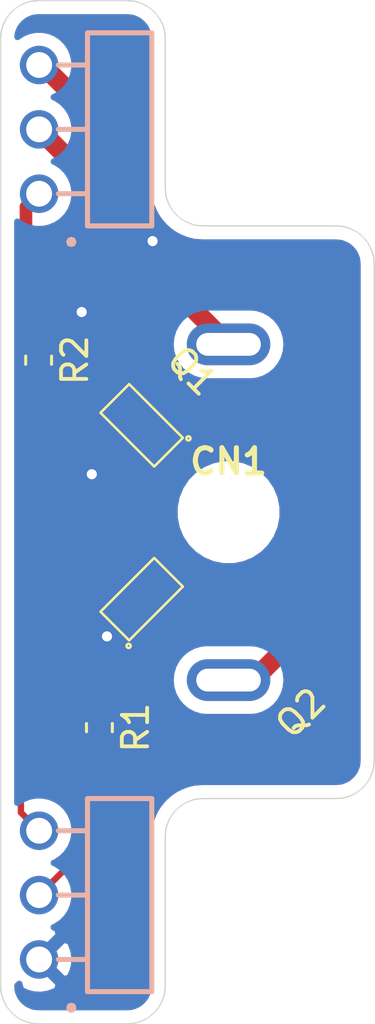
<source format=kicad_pcb>
(kicad_pcb (version 20171130) (host pcbnew 5.1.6-c6e7f7d~87~ubuntu18.04.1)

  (general
    (thickness 1.6)
    (drawings 152)
    (tracks 62)
    (zones 0)
    (modules 5)
    (nets 7)
  )

  (page A4)
  (layers
    (0 F.Cu signal)
    (31 B.Cu signal)
    (32 B.Adhes user)
    (33 F.Adhes user)
    (34 B.Paste user)
    (35 F.Paste user)
    (36 B.SilkS user)
    (37 F.SilkS user)
    (38 B.Mask user)
    (39 F.Mask user)
    (40 Dwgs.User user)
    (41 Cmts.User user)
    (42 Eco1.User user)
    (43 Eco2.User user)
    (44 Edge.Cuts user)
    (45 Margin user)
    (46 B.CrtYd user)
    (47 F.CrtYd user)
    (48 B.Fab user)
    (49 F.Fab user hide)
  )

  (setup
    (last_trace_width 0.25)
    (user_trace_width 0.5)
    (user_trace_width 0.75)
    (trace_clearance 0.2)
    (zone_clearance 0.508)
    (zone_45_only no)
    (trace_min 0.2)
    (via_size 0.8)
    (via_drill 0.4)
    (via_min_size 0.4)
    (via_min_drill 0.3)
    (uvia_size 0.3)
    (uvia_drill 0.1)
    (uvias_allowed no)
    (uvia_min_size 0.2)
    (uvia_min_drill 0.1)
    (edge_width 0.05)
    (segment_width 0.2)
    (pcb_text_width 0.3)
    (pcb_text_size 1.5 1.5)
    (mod_edge_width 0.12)
    (mod_text_size 1 1)
    (mod_text_width 0.15)
    (pad_size 1.524 1.524)
    (pad_drill 0.762)
    (pad_to_mask_clearance 0.05)
    (aux_axis_origin 0 0)
    (visible_elements FFFFFF7F)
    (pcbplotparams
      (layerselection 0x010fc_ffffffff)
      (usegerberextensions false)
      (usegerberattributes true)
      (usegerberadvancedattributes true)
      (creategerberjobfile true)
      (excludeedgelayer true)
      (linewidth 0.100000)
      (plotframeref false)
      (viasonmask false)
      (mode 1)
      (useauxorigin false)
      (hpglpennumber 1)
      (hpglpenspeed 20)
      (hpglpendiameter 15.000000)
      (psnegative false)
      (psa4output false)
      (plotreference true)
      (plotvalue true)
      (plotinvisibletext false)
      (padsonsilk false)
      (subtractmaskfromsilk false)
      (outputformat 1)
      (mirror false)
      (drillshape 1)
      (scaleselection 1)
      (outputdirectory ""))
  )

  (net 0 "")
  (net 1 /MOTOR-)
  (net 2 /MOTOR+)
  (net 3 /QUADB)
  (net 4 /QUADA)
  (net 5 /GND)
  (net 6 /VCC)

  (net_class Default "This is the default net class."
    (clearance 0.2)
    (trace_width 0.25)
    (via_dia 0.8)
    (via_drill 0.4)
    (uvia_dia 0.3)
    (uvia_drill 0.1)
    (add_net /GND)
    (add_net /MOTOR+)
    (add_net /MOTOR-)
    (add_net /QUADA)
    (add_net /QUADB)
    (add_net /VCC)
  )

  (module Resistor_SMD:R_0603_1608Metric (layer F.Cu) (tedit 5B301BBD) (tstamp 5F41F21C)
    (at 94.9 108.5 270)
    (descr "Resistor SMD 0603 (1608 Metric), square (rectangular) end terminal, IPC_7351 nominal, (Body size source: http://www.tortai-tech.com/upload/download/2011102023233369053.pdf), generated with kicad-footprint-generator")
    (tags resistor)
    (path /5F42263B)
    (attr smd)
    (fp_text reference R1 (at 0 -1.43 90) (layer F.SilkS)
      (effects (font (size 1 1) (thickness 0.15)))
    )
    (fp_text value 100Ω;1608 (at 0 1.43 90) (layer F.Fab)
      (effects (font (size 1 1) (thickness 0.15)))
    )
    (fp_line (start 1.48 0.73) (end -1.48 0.73) (layer F.CrtYd) (width 0.05))
    (fp_line (start 1.48 -0.73) (end 1.48 0.73) (layer F.CrtYd) (width 0.05))
    (fp_line (start -1.48 -0.73) (end 1.48 -0.73) (layer F.CrtYd) (width 0.05))
    (fp_line (start -1.48 0.73) (end -1.48 -0.73) (layer F.CrtYd) (width 0.05))
    (fp_line (start -0.162779 0.51) (end 0.162779 0.51) (layer F.SilkS) (width 0.12))
    (fp_line (start -0.162779 -0.51) (end 0.162779 -0.51) (layer F.SilkS) (width 0.12))
    (fp_line (start 0.8 0.4) (end -0.8 0.4) (layer F.Fab) (width 0.1))
    (fp_line (start 0.8 -0.4) (end 0.8 0.4) (layer F.Fab) (width 0.1))
    (fp_line (start -0.8 -0.4) (end 0.8 -0.4) (layer F.Fab) (width 0.1))
    (fp_line (start -0.8 0.4) (end -0.8 -0.4) (layer F.Fab) (width 0.1))
    (fp_text user %R (at 0 0 90) (layer F.Fab)
      (effects (font (size 0.4 0.4) (thickness 0.06)))
    )
    (pad 2 smd roundrect (at 0.7875 0 270) (size 0.875 0.95) (layers F.Cu F.Paste F.Mask) (roundrect_rratio 0.25)
      (net 4 /QUADA))
    (pad 1 smd roundrect (at -0.7875 0 270) (size 0.875 0.95) (layers F.Cu F.Paste F.Mask) (roundrect_rratio 0.25)
      (net 6 /VCC))
    (model ${KISYS3DMOD}/Resistor_SMD.3dshapes/R_0603_1608Metric.wrl
      (at (xyz 0 0 0))
      (scale (xyz 1 1 1))
      (rotate (xyz 0 0 0))
    )
  )

  (module Resistor_SMD:R_0603_1608Metric (layer F.Cu) (tedit 5B301BBD) (tstamp 5F423C80)
    (at 92.5 94 270)
    (descr "Resistor SMD 0603 (1608 Metric), square (rectangular) end terminal, IPC_7351 nominal, (Body size source: http://www.tortai-tech.com/upload/download/2011102023233369053.pdf), generated with kicad-footprint-generator")
    (tags resistor)
    (path /5F422F39)
    (attr smd)
    (fp_text reference R2 (at 0 -1.43 90) (layer F.SilkS)
      (effects (font (size 1 1) (thickness 0.15)))
    )
    (fp_text value 100Ω;1608 (at 0 1.43 90) (layer F.Fab)
      (effects (font (size 1 1) (thickness 0.15)))
    )
    (fp_line (start 1.48 0.73) (end -1.48 0.73) (layer F.CrtYd) (width 0.05))
    (fp_line (start 1.48 -0.73) (end 1.48 0.73) (layer F.CrtYd) (width 0.05))
    (fp_line (start -1.48 -0.73) (end 1.48 -0.73) (layer F.CrtYd) (width 0.05))
    (fp_line (start -1.48 0.73) (end -1.48 -0.73) (layer F.CrtYd) (width 0.05))
    (fp_line (start -0.162779 0.51) (end 0.162779 0.51) (layer F.SilkS) (width 0.12))
    (fp_line (start -0.162779 -0.51) (end 0.162779 -0.51) (layer F.SilkS) (width 0.12))
    (fp_line (start 0.8 0.4) (end -0.8 0.4) (layer F.Fab) (width 0.1))
    (fp_line (start 0.8 -0.4) (end 0.8 0.4) (layer F.Fab) (width 0.1))
    (fp_line (start -0.8 -0.4) (end 0.8 -0.4) (layer F.Fab) (width 0.1))
    (fp_line (start -0.8 0.4) (end -0.8 -0.4) (layer F.Fab) (width 0.1))
    (fp_text user %R (at 0 0 90) (layer F.Fab)
      (effects (font (size 0.4 0.4) (thickness 0.06)))
    )
    (pad 2 smd roundrect (at 0.7875 0 270) (size 0.875 0.95) (layers F.Cu F.Paste F.Mask) (roundrect_rratio 0.25)
      (net 3 /QUADB))
    (pad 1 smd roundrect (at -0.7875 0 270) (size 0.875 0.95) (layers F.Cu F.Paste F.Mask) (roundrect_rratio 0.25)
      (net 6 /VCC))
    (model ${KISYS3DMOD}/Resistor_SMD.3dshapes/R_0603_1608Metric.wrl
      (at (xyz 0 0 0))
      (scale (xyz 1 1 1))
      (rotate (xyz 0 0 0))
    )
  )

  (module HR2:SC59 (layer F.Cu) (tedit 5F40A4F6) (tstamp 5F423C5E)
    (at 96.57 103.43 45)
    (path /5F41D920)
    (fp_text reference Q2 (at 1.27 7.62 45) (layer F.SilkS)
      (effects (font (size 1 1) (thickness 0.15)))
    )
    (fp_text value AH1806;SC59 (at 0 -11.43 45) (layer F.Fab)
      (effects (font (size 1 1) (thickness 0.15)))
    )
    (fp_circle (center -1.67 0.94) (end -1.66 0.91) (layer F.SilkS) (width 0.1))
    (fp_line (start 1.5 -0.8) (end 1.5 0.8) (layer F.SilkS) (width 0.1))
    (fp_line (start -1.5 0.8) (end 1.5 0.8) (layer F.SilkS) (width 0.1))
    (fp_line (start -1.5 -0.8) (end 1.5 -0.8) (layer F.SilkS) (width 0.1))
    (fp_line (start -1.5 -0.8) (end -1.5 0.8) (layer F.SilkS) (width 0.1))
    (pad 2 smd rect (at 0 -1.2 45) (size 0.8 1) (layers F.Cu F.Paste F.Mask)
      (net 5 /GND))
    (pad 1 smd rect (at -0.95 1.2 45) (size 0.8 1) (layers F.Cu F.Paste F.Mask)
      (net 6 /VCC))
    (pad 3 smd rect (at 0.95 1.2 45) (size 0.8 1) (layers F.Cu F.Paste F.Mask)
      (net 4 /QUADA))
  )

  (module HR2:SC59 (layer F.Cu) (tedit 5F40A4F6) (tstamp 5F40AB6D)
    (at 96.57 96.57 135)
    (path /5F40AB04)
    (fp_text reference Q1 (at 0.098377 2.930001 135) (layer F.SilkS)
      (effects (font (size 1 1) (thickness 0.15)))
    )
    (fp_text value AH1806;SC59 (at 0 -11.43 135) (layer F.Fab)
      (effects (font (size 1 1) (thickness 0.15)))
    )
    (fp_line (start -1.5 -0.8) (end -1.5 0.8) (layer F.SilkS) (width 0.1))
    (fp_line (start -1.5 -0.8) (end 1.5 -0.8) (layer F.SilkS) (width 0.1))
    (fp_line (start -1.5 0.8) (end 1.5 0.8) (layer F.SilkS) (width 0.1))
    (fp_line (start 1.5 -0.8) (end 1.5 0.8) (layer F.SilkS) (width 0.1))
    (fp_circle (center -1.67 0.94) (end -1.66 0.91) (layer F.SilkS) (width 0.1))
    (pad 2 smd rect (at 0 -1.2 135) (size 0.8 1) (layers F.Cu F.Paste F.Mask)
      (net 5 /GND))
    (pad 1 smd rect (at -0.95 1.2 135) (size 0.8 1) (layers F.Cu F.Paste F.Mask)
      (net 6 /VCC))
    (pad 3 smd rect (at 0.95 1.2 135) (size 0.8 1) (layers F.Cu F.Paste F.Mask)
      (net 3 /QUADB))
  )

  (module HR2:ENCODER_2xM1x3RA (layer F.Cu) (tedit 5F41BCB2) (tstamp 5F40AB61)
    (at 100 100)
    (path /5F409D86)
    (fp_text reference CN1 (at 0 -2) (layer F.SilkS)
      (effects (font (size 1 1) (thickness 0.2)))
    )
    (fp_text value ENCODER;2xM1x3RA (at 0 0) (layer F.Fab)
      (effects (font (size 1 1) (thickness 0.2)))
    )
    (fp_line (start -5.57 -18.92) (end -5.57 -11.3) (layer B.SilkS) (width 0.2))
    (fp_line (start -5.57 -11.3) (end -3.03 -11.3) (layer B.SilkS) (width 0.2))
    (fp_line (start -3.03 -11.3) (end -3.03 -18.92) (layer B.SilkS) (width 0.2))
    (fp_line (start -3.03 -18.92) (end -5.57 -18.92) (layer B.SilkS) (width 0.2))
    (fp_line (start -6.72 -12.57) (end -5.57 -12.57) (layer B.SilkS) (width 0.2))
    (fp_line (start -6.72 -15.11) (end -5.57 -15.11) (layer B.SilkS) (width 0.2))
    (fp_line (start -6.72 -17.65) (end -5.57 -17.65) (layer B.SilkS) (width 0.2))
    (fp_line (start -6.21 -10.77) (end -6.28 -10.74) (layer B.SilkS) (width 0.2))
    (fp_line (start -6.28 -10.74) (end -6.31 -10.67) (layer B.SilkS) (width 0.2))
    (fp_line (start -6.31 -10.67) (end -6.28 -10.59) (layer B.SilkS) (width 0.2))
    (fp_line (start -6.28 -10.59) (end -6.21 -10.57) (layer B.SilkS) (width 0.2))
    (fp_line (start -6.21 -10.57) (end -6.14 -10.59) (layer B.SilkS) (width 0.2))
    (fp_line (start -6.14 -10.59) (end -6.11 -10.67) (layer B.SilkS) (width 0.2))
    (fp_line (start -6.11 -10.67) (end -6.14 -10.74) (layer B.SilkS) (width 0.2))
    (fp_line (start -6.14 -10.74) (end -6.21 -10.77) (layer B.SilkS) (width 0.2))
    (fp_line (start -5.57 11.3) (end -5.57 18.92) (layer B.SilkS) (width 0.2))
    (fp_line (start -5.57 18.92) (end -3.03 18.92) (layer B.SilkS) (width 0.2))
    (fp_line (start -3.03 18.92) (end -3.03 11.3) (layer B.SilkS) (width 0.2))
    (fp_line (start -3.03 11.3) (end -5.57 11.3) (layer B.SilkS) (width 0.2))
    (fp_line (start -6.72 17.65) (end -5.57 17.65) (layer B.SilkS) (width 0.2))
    (fp_line (start -6.72 15.11) (end -5.57 15.11) (layer B.SilkS) (width 0.2))
    (fp_line (start -6.72 12.57) (end -5.57 12.57) (layer B.SilkS) (width 0.2))
    (fp_line (start -6.21 19.46) (end -6.28 19.48) (layer B.SilkS) (width 0.2))
    (fp_line (start -6.28 19.48) (end -6.31 19.56) (layer B.SilkS) (width 0.2))
    (fp_line (start -6.31 19.56) (end -6.28 19.63) (layer B.SilkS) (width 0.2))
    (fp_line (start -6.28 19.63) (end -6.21 19.66) (layer B.SilkS) (width 0.2))
    (fp_line (start -6.21 19.66) (end -6.14 19.63) (layer B.SilkS) (width 0.2))
    (fp_line (start -6.14 19.63) (end -6.11 19.56) (layer B.SilkS) (width 0.2))
    (fp_line (start -6.11 19.56) (end -6.14 19.48) (layer B.SilkS) (width 0.2))
    (fp_line (start -6.14 19.48) (end -6.21 19.46) (layer B.SilkS) (width 0.2))
    (pad "Encoder Shaft Hole" np_thru_hole circle (at 0 0) (size 3 3) (drill 3) (layers *.Cu *.Mask))
    (pad 7 thru_hole oval (at 0 6.6252) (size 3.3 1.65) (drill oval 2.55 0.9) (layers *.Cu *.Mask)
      (net 1 /MOTOR-))
    (pad 8 thru_hole oval (at 0 -6.6248) (size 3.3 1.65) (drill oval 2.55 0.9) (layers *.Cu *.Mask)
      (net 2 /MOTOR+))
    (pad 3 thru_hole circle (at -7.4801 12.57) (size 1.52 1.52) (drill 1.02) (layers *.Cu *.Mask)
      (net 3 /QUADB))
    (pad 2 thru_hole circle (at -7.4801 15.11) (size 1.52 1.52) (drill 1.02) (layers *.Cu *.Mask)
      (net 4 /QUADA))
    (pad 1 thru_hole circle (at -7.4801 17.65) (size 1.52 1.52) (drill 1.02) (layers *.Cu *.Mask)
      (net 5 /GND))
    (pad 6 thru_hole circle (at -7.4801 -17.65) (size 1.52 1.52) (drill 1.02) (layers *.Cu *.Mask)
      (net 1 /MOTOR-))
    (pad 5 thru_hole circle (at -7.4801 -15.11) (size 1.52 1.52) (drill 1.02) (layers *.Cu *.Mask)
      (net 2 /MOTOR+))
    (pad 4 thru_hole circle (at -7.4801 -12.57) (size 1.52 1.52) (drill 1.02) (layers *.Cu *.Mask)
      (net 6 /VCC))
  )

  (gr_line (start 92.5 79.81) (end 92.37 79.82) (layer Edge.Cuts) (width 0.05))
  (gr_line (start 92.37 79.82) (end 92.24 79.83) (layer Edge.Cuts) (width 0.05))
  (gr_line (start 92.24 79.83) (end 92.11 79.86) (layer Edge.Cuts) (width 0.05))
  (gr_line (start 92.11 79.86) (end 91.99 79.9) (layer Edge.Cuts) (width 0.05))
  (gr_line (start 91.99 79.9) (end 91.87 79.95) (layer Edge.Cuts) (width 0.05))
  (gr_line (start 91.87 79.95) (end 91.75 80.01) (layer Edge.Cuts) (width 0.05))
  (gr_line (start 91.75 80.01) (end 91.64 80.08) (layer Edge.Cuts) (width 0.05))
  (gr_line (start 91.64 80.08) (end 91.54 80.16) (layer Edge.Cuts) (width 0.05))
  (gr_line (start 91.54 80.16) (end 91.44 80.25) (layer Edge.Cuts) (width 0.05))
  (gr_line (start 91.44 80.25) (end 91.35 80.35) (layer Edge.Cuts) (width 0.05))
  (gr_line (start 91.35 80.35) (end 91.27 80.45) (layer Edge.Cuts) (width 0.05))
  (gr_line (start 91.27 80.45) (end 91.2 80.56) (layer Edge.Cuts) (width 0.05))
  (gr_line (start 91.2 80.56) (end 91.14 80.68) (layer Edge.Cuts) (width 0.05))
  (gr_line (start 91.14 80.68) (end 91.09 80.8) (layer Edge.Cuts) (width 0.05))
  (gr_line (start 91.09 80.8) (end 91.05 80.92) (layer Edge.Cuts) (width 0.05))
  (gr_line (start 91.05 80.92) (end 91.02 81.05) (layer Edge.Cuts) (width 0.05))
  (gr_line (start 91.02 81.05) (end 91.01 81.18) (layer Edge.Cuts) (width 0.05))
  (gr_line (start 91.01 81.18) (end 91 81.31) (layer Edge.Cuts) (width 0.05))
  (gr_line (start 91 81.31) (end 91 118.69) (layer Edge.Cuts) (width 0.05))
  (gr_line (start 91 118.69) (end 91.01 118.82) (layer Edge.Cuts) (width 0.05))
  (gr_line (start 91.01 118.82) (end 91.02 118.95) (layer Edge.Cuts) (width 0.05))
  (gr_line (start 91.02 118.95) (end 91.05 119.08) (layer Edge.Cuts) (width 0.05))
  (gr_line (start 91.05 119.08) (end 91.09 119.2) (layer Edge.Cuts) (width 0.05))
  (gr_line (start 91.09 119.2) (end 91.14 119.32) (layer Edge.Cuts) (width 0.05))
  (gr_line (start 91.14 119.32) (end 91.2 119.44) (layer Edge.Cuts) (width 0.05))
  (gr_line (start 91.2 119.44) (end 91.27 119.55) (layer Edge.Cuts) (width 0.05))
  (gr_line (start 91.27 119.55) (end 91.35 119.65) (layer Edge.Cuts) (width 0.05))
  (gr_line (start 91.35 119.65) (end 91.44 119.75) (layer Edge.Cuts) (width 0.05))
  (gr_line (start 91.44 119.75) (end 91.54 119.84) (layer Edge.Cuts) (width 0.05))
  (gr_line (start 91.54 119.84) (end 91.64 119.92) (layer Edge.Cuts) (width 0.05))
  (gr_line (start 91.64 119.92) (end 91.75 119.99) (layer Edge.Cuts) (width 0.05))
  (gr_line (start 91.75 119.99) (end 91.87 120.05) (layer Edge.Cuts) (width 0.05))
  (gr_line (start 91.87 120.05) (end 91.99 120.1) (layer Edge.Cuts) (width 0.05))
  (gr_line (start 91.99 120.1) (end 92.11 120.14) (layer Edge.Cuts) (width 0.05))
  (gr_line (start 92.11 120.14) (end 92.24 120.17) (layer Edge.Cuts) (width 0.05))
  (gr_line (start 92.24 120.17) (end 92.37 120.18) (layer Edge.Cuts) (width 0.05))
  (gr_line (start 92.37 120.18) (end 92.5 120.19) (layer Edge.Cuts) (width 0.05))
  (gr_line (start 92.5 120.19) (end 96 120.19) (layer Edge.Cuts) (width 0.05))
  (gr_line (start 96 120.19) (end 96.13 120.18) (layer Edge.Cuts) (width 0.05))
  (gr_line (start 96.13 120.18) (end 96.26 120.17) (layer Edge.Cuts) (width 0.05))
  (gr_line (start 96.26 120.17) (end 96.39 120.14) (layer Edge.Cuts) (width 0.05))
  (gr_line (start 96.39 120.14) (end 96.51 120.1) (layer Edge.Cuts) (width 0.05))
  (gr_line (start 96.51 120.1) (end 96.63 120.05) (layer Edge.Cuts) (width 0.05))
  (gr_line (start 96.63 120.05) (end 96.75 119.99) (layer Edge.Cuts) (width 0.05))
  (gr_line (start 96.75 119.99) (end 96.86 119.92) (layer Edge.Cuts) (width 0.05))
  (gr_line (start 96.86 119.92) (end 96.96 119.84) (layer Edge.Cuts) (width 0.05))
  (gr_line (start 96.96 119.84) (end 97.06 119.75) (layer Edge.Cuts) (width 0.05))
  (gr_line (start 97.06 119.75) (end 97.15 119.65) (layer Edge.Cuts) (width 0.05))
  (gr_line (start 97.15 119.65) (end 97.23 119.55) (layer Edge.Cuts) (width 0.05))
  (gr_line (start 97.23 119.55) (end 97.3 119.44) (layer Edge.Cuts) (width 0.05))
  (gr_line (start 97.3 119.44) (end 97.36 119.32) (layer Edge.Cuts) (width 0.05))
  (gr_line (start 97.36 119.32) (end 97.41 119.2) (layer Edge.Cuts) (width 0.05))
  (gr_line (start 97.41 119.2) (end 97.45 119.08) (layer Edge.Cuts) (width 0.05))
  (gr_line (start 97.45 119.08) (end 97.48 118.95) (layer Edge.Cuts) (width 0.05))
  (gr_line (start 97.48 118.95) (end 97.49 118.82) (layer Edge.Cuts) (width 0.05))
  (gr_line (start 97.49 118.82) (end 97.5 118.69) (layer Edge.Cuts) (width 0.05))
  (gr_line (start 97.5 118.69) (end 97.5 112.8) (layer Edge.Cuts) (width 0.05))
  (gr_line (start 97.5 112.8) (end 97.51 112.67) (layer Edge.Cuts) (width 0.05))
  (gr_line (start 97.51 112.67) (end 97.52 112.54) (layer Edge.Cuts) (width 0.05))
  (gr_line (start 97.52 112.54) (end 97.55 112.41) (layer Edge.Cuts) (width 0.05))
  (gr_line (start 97.55 112.41) (end 97.59 112.29) (layer Edge.Cuts) (width 0.05))
  (gr_line (start 97.59 112.29) (end 97.64 112.17) (layer Edge.Cuts) (width 0.05))
  (gr_line (start 97.64 112.17) (end 97.7 112.05) (layer Edge.Cuts) (width 0.05))
  (gr_line (start 97.7 112.05) (end 97.77 111.94) (layer Edge.Cuts) (width 0.05))
  (gr_line (start 97.77 111.94) (end 97.85 111.84) (layer Edge.Cuts) (width 0.05))
  (gr_line (start 97.85 111.84) (end 97.94 111.74) (layer Edge.Cuts) (width 0.05))
  (gr_line (start 97.94 111.74) (end 98.04 111.65) (layer Edge.Cuts) (width 0.05))
  (gr_line (start 98.04 111.65) (end 98.14 111.57) (layer Edge.Cuts) (width 0.05))
  (gr_line (start 98.14 111.57) (end 98.25 111.5) (layer Edge.Cuts) (width 0.05))
  (gr_line (start 98.25 111.5) (end 98.37 111.44) (layer Edge.Cuts) (width 0.05))
  (gr_line (start 98.37 111.44) (end 98.49 111.39) (layer Edge.Cuts) (width 0.05))
  (gr_line (start 98.49 111.39) (end 98.61 111.35) (layer Edge.Cuts) (width 0.05))
  (gr_line (start 98.61 111.35) (end 98.74 111.32) (layer Edge.Cuts) (width 0.05))
  (gr_line (start 98.74 111.32) (end 98.87 111.31) (layer Edge.Cuts) (width 0.05))
  (gr_line (start 98.87 111.31) (end 99 111.3) (layer Edge.Cuts) (width 0.05))
  (gr_line (start 99 111.3) (end 104.25 111.3) (layer Edge.Cuts) (width 0.05))
  (gr_line (start 104.25 111.3) (end 104.38 111.29) (layer Edge.Cuts) (width 0.05))
  (gr_line (start 104.38 111.29) (end 104.51 111.28) (layer Edge.Cuts) (width 0.05))
  (gr_line (start 104.51 111.28) (end 104.64 111.25) (layer Edge.Cuts) (width 0.05))
  (gr_line (start 104.64 111.25) (end 104.76 111.21) (layer Edge.Cuts) (width 0.05))
  (gr_line (start 104.76 111.21) (end 104.88 111.16) (layer Edge.Cuts) (width 0.05))
  (gr_line (start 104.88 111.16) (end 105 111.1) (layer Edge.Cuts) (width 0.05))
  (gr_line (start 105 111.1) (end 105.11 111.03) (layer Edge.Cuts) (width 0.05))
  (gr_line (start 105.11 111.03) (end 105.21 110.95) (layer Edge.Cuts) (width 0.05))
  (gr_line (start 105.21 110.95) (end 105.31 110.86) (layer Edge.Cuts) (width 0.05))
  (gr_line (start 105.31 110.86) (end 105.4 110.76) (layer Edge.Cuts) (width 0.05))
  (gr_line (start 105.4 110.76) (end 105.48 110.66) (layer Edge.Cuts) (width 0.05))
  (gr_line (start 105.48 110.66) (end 105.55 110.55) (layer Edge.Cuts) (width 0.05))
  (gr_line (start 105.55 110.55) (end 105.61 110.43) (layer Edge.Cuts) (width 0.05))
  (gr_line (start 105.61 110.43) (end 105.66 110.31) (layer Edge.Cuts) (width 0.05))
  (gr_line (start 105.66 110.31) (end 105.7 110.19) (layer Edge.Cuts) (width 0.05))
  (gr_line (start 105.7 110.19) (end 105.73 110.06) (layer Edge.Cuts) (width 0.05))
  (gr_line (start 105.73 110.06) (end 105.74 109.93) (layer Edge.Cuts) (width 0.05))
  (gr_line (start 105.74 109.93) (end 105.75 109.8) (layer Edge.Cuts) (width 0.05))
  (gr_line (start 105.75 109.8) (end 105.75 90.2) (layer Edge.Cuts) (width 0.05))
  (gr_line (start 105.75 90.2) (end 105.74 90.07) (layer Edge.Cuts) (width 0.05))
  (gr_line (start 105.74 90.07) (end 105.73 89.94) (layer Edge.Cuts) (width 0.05))
  (gr_line (start 105.73 89.94) (end 105.7 89.81) (layer Edge.Cuts) (width 0.05))
  (gr_line (start 105.7 89.81) (end 105.66 89.69) (layer Edge.Cuts) (width 0.05))
  (gr_line (start 105.66 89.69) (end 105.61 89.57) (layer Edge.Cuts) (width 0.05))
  (gr_line (start 105.61 89.57) (end 105.55 89.45) (layer Edge.Cuts) (width 0.05))
  (gr_line (start 105.55 89.45) (end 105.48 89.34) (layer Edge.Cuts) (width 0.05))
  (gr_line (start 105.48 89.34) (end 105.4 89.24) (layer Edge.Cuts) (width 0.05))
  (gr_line (start 105.4 89.24) (end 105.31 89.14) (layer Edge.Cuts) (width 0.05))
  (gr_line (start 105.31 89.14) (end 105.21 89.05) (layer Edge.Cuts) (width 0.05))
  (gr_line (start 105.21 89.05) (end 105.11 88.97) (layer Edge.Cuts) (width 0.05))
  (gr_line (start 105.11 88.97) (end 105 88.9) (layer Edge.Cuts) (width 0.05))
  (gr_line (start 105 88.9) (end 104.88 88.84) (layer Edge.Cuts) (width 0.05))
  (gr_line (start 104.88 88.84) (end 104.76 88.79) (layer Edge.Cuts) (width 0.05))
  (gr_line (start 104.76 88.79) (end 104.64 88.75) (layer Edge.Cuts) (width 0.05))
  (gr_line (start 104.64 88.75) (end 104.51 88.72) (layer Edge.Cuts) (width 0.05))
  (gr_line (start 104.51 88.72) (end 104.38 88.71) (layer Edge.Cuts) (width 0.05))
  (gr_line (start 104.38 88.71) (end 104.25 88.7) (layer Edge.Cuts) (width 0.05))
  (gr_line (start 104.25 88.7) (end 99 88.7) (layer Edge.Cuts) (width 0.05))
  (gr_line (start 99 88.7) (end 98.87 88.69) (layer Edge.Cuts) (width 0.05))
  (gr_line (start 98.87 88.69) (end 98.74 88.68) (layer Edge.Cuts) (width 0.05))
  (gr_line (start 98.74 88.68) (end 98.61 88.65) (layer Edge.Cuts) (width 0.05))
  (gr_line (start 98.61 88.65) (end 98.49 88.61) (layer Edge.Cuts) (width 0.05))
  (gr_line (start 98.49 88.61) (end 98.37 88.56) (layer Edge.Cuts) (width 0.05))
  (gr_line (start 98.37 88.56) (end 98.25 88.5) (layer Edge.Cuts) (width 0.05))
  (gr_line (start 98.25 88.5) (end 98.14 88.43) (layer Edge.Cuts) (width 0.05))
  (gr_line (start 98.14 88.43) (end 98.04 88.35) (layer Edge.Cuts) (width 0.05))
  (gr_line (start 98.04 88.35) (end 97.94 88.26) (layer Edge.Cuts) (width 0.05))
  (gr_line (start 97.94 88.26) (end 97.85 88.16) (layer Edge.Cuts) (width 0.05))
  (gr_line (start 97.85 88.16) (end 97.77 88.06) (layer Edge.Cuts) (width 0.05))
  (gr_line (start 97.77 88.06) (end 97.7 87.95) (layer Edge.Cuts) (width 0.05))
  (gr_line (start 97.7 87.95) (end 97.64 87.83) (layer Edge.Cuts) (width 0.05))
  (gr_line (start 97.64 87.83) (end 97.59 87.71) (layer Edge.Cuts) (width 0.05))
  (gr_line (start 97.59 87.71) (end 97.55 87.59) (layer Edge.Cuts) (width 0.05))
  (gr_line (start 97.55 87.59) (end 97.52 87.46) (layer Edge.Cuts) (width 0.05))
  (gr_line (start 97.52 87.46) (end 97.51 87.33) (layer Edge.Cuts) (width 0.05))
  (gr_line (start 97.51 87.33) (end 97.5 87.2) (layer Edge.Cuts) (width 0.05))
  (gr_line (start 97.5 87.2) (end 97.5 81.31) (layer Edge.Cuts) (width 0.05))
  (gr_line (start 97.5 81.31) (end 97.49 81.18) (layer Edge.Cuts) (width 0.05))
  (gr_line (start 97.49 81.18) (end 97.48 81.05) (layer Edge.Cuts) (width 0.05))
  (gr_line (start 97.48 81.05) (end 97.45 80.92) (layer Edge.Cuts) (width 0.05))
  (gr_line (start 97.45 80.92) (end 97.41 80.8) (layer Edge.Cuts) (width 0.05))
  (gr_line (start 97.41 80.8) (end 97.36 80.68) (layer Edge.Cuts) (width 0.05))
  (gr_line (start 97.36 80.68) (end 97.3 80.56) (layer Edge.Cuts) (width 0.05))
  (gr_line (start 97.3 80.56) (end 97.23 80.45) (layer Edge.Cuts) (width 0.05))
  (gr_line (start 97.23 80.45) (end 97.15 80.35) (layer Edge.Cuts) (width 0.05))
  (gr_line (start 97.15 80.35) (end 97.06 80.25) (layer Edge.Cuts) (width 0.05))
  (gr_line (start 97.06 80.25) (end 96.96 80.16) (layer Edge.Cuts) (width 0.05))
  (gr_line (start 96.96 80.16) (end 96.86 80.08) (layer Edge.Cuts) (width 0.05))
  (gr_line (start 96.86 80.08) (end 96.75 80.01) (layer Edge.Cuts) (width 0.05))
  (gr_line (start 96.75 80.01) (end 96.63 79.95) (layer Edge.Cuts) (width 0.05))
  (gr_line (start 96.63 79.95) (end 96.51 79.9) (layer Edge.Cuts) (width 0.05))
  (gr_line (start 96.51 79.9) (end 96.39 79.86) (layer Edge.Cuts) (width 0.05))
  (gr_line (start 96.39 79.86) (end 96.26 79.83) (layer Edge.Cuts) (width 0.05))
  (gr_line (start 96.26 79.83) (end 96.13 79.82) (layer Edge.Cuts) (width 0.05))
  (gr_line (start 96.13 79.82) (end 96 79.81) (layer Edge.Cuts) (width 0.05))
  (gr_line (start 96 79.81) (end 92.5 79.81) (layer Edge.Cuts) (width 0.05))

  (segment (start 92.65 82.35) (end 92.5199 82.35) (width 0.75) (layer F.Cu) (net 1))
  (segment (start 95.2 84.9) (end 92.65 82.35) (width 0.75) (layer F.Cu) (net 1))
  (segment (start 96.7 90.9) (end 95.2 89.4) (width 0.75) (layer F.Cu) (net 1))
  (segment (start 103.2 93.2) (end 100.9 90.9) (width 0.75) (layer F.Cu) (net 1))
  (segment (start 103.2 104.4) (end 103.2 93.2) (width 0.75) (layer F.Cu) (net 1))
  (segment (start 100.9748 106.6252) (end 103.2 104.4) (width 0.75) (layer F.Cu) (net 1))
  (segment (start 95.2 89.4) (end 95.2 84.9) (width 0.75) (layer F.Cu) (net 1))
  (segment (start 100.9 90.9) (end 96.7 90.9) (width 0.75) (layer F.Cu) (net 1))
  (segment (start 100 106.6252) (end 100.9748 106.6252) (width 0.75) (layer F.Cu) (net 1))
  (segment (start 94.249989 86.620089) (end 92.5199 84.89) (width 0.75) (layer F.Cu) (net 2))
  (segment (start 98.47481 91.85001) (end 96.306492 91.85001) (width 0.75) (layer F.Cu) (net 2))
  (segment (start 100 93.3752) (end 98.47481 91.85001) (width 0.75) (layer F.Cu) (net 2))
  (segment (start 94.249989 89.793507) (end 94.249989 86.620089) (width 0.75) (layer F.Cu) (net 2))
  (segment (start 96.306492 91.85001) (end 94.249989 89.793507) (width 0.75) (layer F.Cu) (net 2))
  (segment (start 91.8 111.8501) (end 92.5199 112.57) (width 0.25) (layer F.Cu) (net 3))
  (segment (start 91.8 96.2) (end 91.8 111.8501) (width 0.25) (layer F.Cu) (net 3))
  (segment (start 92.5 94.7875) (end 92.5 95.5) (width 0.25) (layer F.Cu) (net 3))
  (segment (start 92.5 95.5) (end 91.8 96.2) (width 0.25) (layer F.Cu) (net 3))
  (segment (start 96.484557 94.7875) (end 96.746777 95.04972) (width 0.25) (layer F.Cu) (net 3))
  (segment (start 92.5 94.7875) (end 96.484557 94.7875) (width 0.25) (layer F.Cu) (net 3))
  (segment (start 92.5199 115.11) (end 94 113.6299) (width 0.25) (layer F.Cu) (net 4))
  (segment (start 94.0125 109.2875) (end 94 109.3) (width 0.25) (layer F.Cu) (net 4))
  (segment (start 94.9 109.2875) (end 94.0125 109.2875) (width 0.25) (layer F.Cu) (net 4))
  (segment (start 94 113.6299) (end 94 109.3) (width 0.25) (layer F.Cu) (net 4))
  (segment (start 98.2 103.497057) (end 98.09028 103.606777) (width 0.25) (layer F.Cu) (net 4))
  (segment (start 98.2 102.7) (end 98.2 103.497057) (width 0.25) (layer F.Cu) (net 4))
  (segment (start 95.2 101.4) (end 96.9 101.4) (width 0.25) (layer F.Cu) (net 4))
  (segment (start 96.9 101.4) (end 98.2 102.7) (width 0.25) (layer F.Cu) (net 4))
  (segment (start 94 109.3) (end 94 102.6) (width 0.25) (layer F.Cu) (net 4))
  (segment (start 94 102.6) (end 95.2 101.4) (width 0.25) (layer F.Cu) (net 4))
  (via (at 94.6 98.5) (size 0.8) (drill 0.4) (layers F.Cu B.Cu) (net 5))
  (segment (start 94.64 98.5) (end 95.721472 97.418528) (width 0.5) (layer F.Cu) (net 5))
  (segment (start 94.6 98.5) (end 94.64 98.5) (width 0.5) (layer F.Cu) (net 5))
  (via (at 94.2 92.1) (size 0.8) (drill 0.4) (layers F.Cu B.Cu) (net 5))
  (segment (start 94.6 98.5) (end 94.6 92.5) (width 0.5) (layer B.Cu) (net 5))
  (segment (start 94.6 92.5) (end 94.2 92.1) (width 0.5) (layer B.Cu) (net 5))
  (via (at 97 89.3) (size 0.8) (drill 0.4) (layers F.Cu B.Cu) (net 5))
  (segment (start 94.2 92.1) (end 97 89.3) (width 0.5) (layer B.Cu) (net 5))
  (via (at 95.2 104.9) (size 0.8) (drill 0.4) (layers F.Cu B.Cu) (net 5))
  (segment (start 94.6 104.3) (end 95.2 104.9) (width 0.5) (layer B.Cu) (net 5))
  (segment (start 94.6 98.5) (end 94.6 104.3) (width 0.5) (layer B.Cu) (net 5))
  (segment (start 92.5199 117.65) (end 95.2 114.9699) (width 0.5) (layer B.Cu) (net 5))
  (segment (start 95.2 114.9699) (end 95.2 104.9) (width 0.5) (layer B.Cu) (net 5))
  (segment (start 95.2 103.102944) (end 95.2 104.9) (width 0.5) (layer F.Cu) (net 5))
  (segment (start 95.721472 102.581472) (end 95.2 103.102944) (width 0.5) (layer F.Cu) (net 5))
  (segment (start 92 87.9499) (end 92.5199 87.43) (width 0.5) (layer F.Cu) (net 6))
  (segment (start 92.5 93.2125) (end 92 92.7125) (width 0.5) (layer F.Cu) (net 6))
  (segment (start 92 92.7125) (end 92 87.9499) (width 0.5) (layer F.Cu) (net 6))
  (segment (start 96.796497 105) (end 96.746777 104.95028) (width 0.5) (layer F.Cu) (net 6))
  (segment (start 99.283503 95.2) (end 101.5 95.2) (width 0.5) (layer F.Cu) (net 6))
  (segment (start 101.5 95.2) (end 102.3 96) (width 0.5) (layer F.Cu) (net 6))
  (segment (start 102.3 96) (end 102.3 103.6) (width 0.5) (layer F.Cu) (net 6))
  (segment (start 102.3 103.6) (end 100.9 105) (width 0.5) (layer F.Cu) (net 6))
  (segment (start 100.9 105) (end 96.796497 105) (width 0.5) (layer F.Cu) (net 6))
  (segment (start 99.283503 95.2) (end 98.6 95.2) (width 0.5) (layer F.Cu) (net 6))
  (segment (start 98.6 95.883503) (end 98.09028 96.393223) (width 0.5) (layer F.Cu) (net 6))
  (segment (start 98.6 95.2) (end 98.6 95.883503) (width 0.5) (layer F.Cu) (net 6))
  (segment (start 93.250814 93.963314) (end 92.5 93.2125) (width 0.5) (layer F.Cu) (net 6))
  (segment (start 98.6 95.2) (end 97.363314 93.963314) (width 0.5) (layer F.Cu) (net 6))
  (segment (start 97.363314 93.963314) (end 93.250814 93.963314) (width 0.5) (layer F.Cu) (net 6))
  (segment (start 96.746777 105.865723) (end 96.746777 104.95028) (width 0.5) (layer F.Cu) (net 6))
  (segment (start 94.9 107.7125) (end 96.746777 105.865723) (width 0.5) (layer F.Cu) (net 6))

  (zone (net 5) (net_name /GND) (layer B.Cu) (tstamp 5F41FF8A) (hatch edge 0.508)
    (connect_pads (clearance 0.508))
    (min_thickness 0.254)
    (fill yes (arc_segments 32) (thermal_gap 0.508) (thermal_bridge_width 0.508))
    (polygon
      (pts
        (xy 92.5 79.8) (xy 92.4 79.8) (xy 92.2 79.8) (xy 92.1 79.9) (xy 92 79.9)
        (xy 91.9 80) (xy 91.8 80) (xy 91.6 80.1) (xy 91.5 80.2) (xy 91.4 80.2)
        (xy 91.4 80.3) (xy 91.3 80.4) (xy 91.2 80.6) (xy 91.1 80.7) (xy 91.1 80.8)
        (xy 91.1 80.9) (xy 91 81) (xy 91 81.2) (xy 91 81.3) (xy 91 118.7)
        (xy 91 118.8) (xy 91 119) (xy 91.1 119.1) (xy 91.1 119.2) (xy 91.1 119.3)
        (xy 91.2 119.4) (xy 91.3 119.6) (xy 91.4 119.7) (xy 91.4 119.8) (xy 91.5 119.8)
        (xy 91.6 119.9) (xy 91.8 120) (xy 91.9 120) (xy 92 120.1) (xy 92.1 120.1)
        (xy 92.2 120.2) (xy 92.4 120.2) (xy 92.5 120.2) (xy 96 120.2) (xy 96.1 120.2)
        (xy 96.3 120.2) (xy 96.4 120.1) (xy 96.5 120.1) (xy 96.6 120) (xy 96.8 120)
        (xy 96.9 119.9) (xy 97 119.8) (xy 97.1 119.8) (xy 97.1 119.7) (xy 97.2 119.6)
        (xy 97.3 119.4) (xy 97.4 119.3) (xy 97.4 119.2) (xy 97.4 119.1) (xy 97.5 119)
        (xy 97.5 118.8) (xy 97.5 118.7) (xy 97.5 112.8) (xy 97.5 112.7) (xy 97.5 112.5)
        (xy 97.6 112.4) (xy 97.6 112.3) (xy 97.6 112.2) (xy 97.7 112.1) (xy 97.8 111.9)
        (xy 97.9 111.8) (xy 97.9 111.7) (xy 98 111.7) (xy 98.1 111.6) (xy 98.2 111.5)
        (xy 98.4 111.4) (xy 98.5 111.4) (xy 98.6 111.4) (xy 98.7 111.3) (xy 98.9 111.3)
        (xy 99 111.3) (xy 104.3 111.3) (xy 104.4 111.3) (xy 104.5 111.3) (xy 104.6 111.2)
        (xy 104.8 111.2) (xy 104.9 111.2) (xy 105 111.1) (xy 105.1 111) (xy 105.2 110.9)
        (xy 105.3 110.9) (xy 105.4 110.8) (xy 105.5 110.7) (xy 105.5 110.6) (xy 105.6 110.4)
        (xy 105.7 110.3) (xy 105.7 110.2) (xy 105.7 110.1) (xy 105.7 109.9) (xy 105.8 109.8)
        (xy 105.8 90.2) (xy 105.7 90.1) (xy 105.7 89.9) (xy 105.7 89.8) (xy 105.7 89.7)
        (xy 105.6 89.6) (xy 105.5 89.4) (xy 105.5 89.3) (xy 105.4 89.2) (xy 105.3 89.1)
        (xy 105.2 89.1) (xy 105.1 89) (xy 105 88.9) (xy 104.9 88.8) (xy 104.8 88.8)
        (xy 104.6 88.8) (xy 104.5 88.7) (xy 104.4 88.7) (xy 104.3 88.7) (xy 99 88.7)
        (xy 98.9 88.7) (xy 98.7 88.7) (xy 98.6 88.6) (xy 98.5 88.6) (xy 98.4 88.6)
        (xy 98.2 88.5) (xy 98.1 88.4) (xy 98 88.3) (xy 97.9 88.3) (xy 97.9 88.2)
        (xy 97.8 88.1) (xy 97.7 87.9) (xy 97.6 87.8) (xy 97.6 87.7) (xy 97.6 87.6)
        (xy 97.5 87.5) (xy 97.5 87.3) (xy 97.5 87.2) (xy 97.5 81.3) (xy 97.5 81.2)
        (xy 97.5 81) (xy 97.4 80.9) (xy 97.4 80.8) (xy 97.4 80.7) (xy 97.3 80.6)
        (xy 97.2 80.4) (xy 97.1 80.3) (xy 97.1 80.2) (xy 97 80.2) (xy 96.9 80.1)
        (xy 96.8 80) (xy 96.6 80) (xy 96.5 79.9) (xy 96.4 79.9) (xy 96.3 79.8)
        (xy 96.1 79.8) (xy 96 79.8)
      )
    )
    (filled_polygon
      (pts
        (xy 96.111703 80.480542) (xy 96.111705 80.480542) (xy 96.159926 80.484251) (xy 96.211037 80.496046) (xy 96.278418 80.518506)
        (xy 96.355168 80.550486) (xy 96.424388 80.585096) (xy 96.475561 80.617661) (xy 96.532739 80.663404) (xy 96.592665 80.717337)
        (xy 96.646606 80.777271) (xy 96.692338 80.834437) (xy 96.724904 80.885612) (xy 96.759514 80.954832) (xy 96.791495 81.031585)
        (xy 96.813954 81.098964) (xy 96.825749 81.150074) (xy 96.829458 81.198295) (xy 96.829458 81.198296) (xy 96.840001 81.335353)
        (xy 96.84 87.192974) (xy 96.839458 87.218296) (xy 96.84 87.225342) (xy 96.84 87.232418) (xy 96.842486 87.257657)
        (xy 96.849458 87.348295) (xy 96.849458 87.348296) (xy 96.858281 87.462997) (xy 96.857115 87.48019) (xy 96.863256 87.52767)
        (xy 96.864431 87.542943) (xy 96.867415 87.559827) (xy 96.869613 87.576818) (xy 96.873055 87.591734) (xy 96.88139 87.638889)
        (xy 96.887643 87.654949) (xy 96.906715 87.737597) (xy 96.913618 87.767954) (xy 96.913952 87.768956) (xy 96.914192 87.769996)
        (xy 96.924196 87.799688) (xy 96.961254 87.910864) (xy 96.968301 87.93392) (xy 96.971493 87.94158) (xy 96.974121 87.949465)
        (xy 96.98396 87.971501) (xy 97.027045 88.074906) (xy 97.03518 88.096164) (xy 97.039516 88.104837) (xy 97.043239 88.113771)
        (xy 97.053992 88.133787) (xy 97.081339 88.188481) (xy 97.081778 88.190055) (xy 97.110393 88.246589) (xy 97.124177 88.274157)
        (xy 97.125043 88.275532) (xy 97.125779 88.276987) (xy 97.142382 88.303077) (xy 97.176082 88.356613) (xy 97.177205 88.357798)
        (xy 97.180043 88.362259) (xy 97.181259 88.365301) (xy 97.21491 88.41705) (xy 97.230589 88.441688) (xy 97.232599 88.444252)
        (xy 97.234375 88.446983) (xy 97.252611 88.469777) (xy 97.290703 88.518366) (xy 97.29319 88.520501) (xy 97.326365 88.561971)
        (xy 97.337739 88.577419) (xy 97.346603 88.587267) (xy 97.354879 88.597613) (xy 97.368271 88.611343) (xy 97.4075 88.654931)
        (xy 97.408703 88.656923) (xy 97.450885 88.703138) (xy 97.471113 88.725613) (xy 97.47283 88.72718) (xy 97.474387 88.728886)
        (xy 97.49676 88.749022) (xy 97.543077 88.791297) (xy 97.545069 88.7925) (xy 97.58866 88.831733) (xy 97.602387 88.845121)
        (xy 97.612725 88.853392) (xy 97.62258 88.862261) (xy 97.638035 88.87364) (xy 97.6795 88.906812) (xy 97.681634 88.909297)
        (xy 97.73018 88.947356) (xy 97.753016 88.965625) (xy 97.755753 88.967405) (xy 97.758312 88.969411) (xy 97.78293 88.985077)
        (xy 97.834698 89.01874) (xy 97.837738 89.019955) (xy 97.842202 89.022795) (xy 97.843387 89.023918) (xy 97.896923 89.057618)
        (xy 97.923013 89.074221) (xy 97.924468 89.074957) (xy 97.925843 89.075823) (xy 97.953411 89.089607) (xy 98.009945 89.118222)
        (xy 98.011519 89.118661) (xy 98.066213 89.146008) (xy 98.086229 89.156761) (xy 98.095163 89.160484) (xy 98.103836 89.16482)
        (xy 98.125087 89.172952) (xy 98.228499 89.21604) (xy 98.250535 89.225879) (xy 98.25842 89.228507) (xy 98.26608 89.231699)
        (xy 98.289133 89.238745) (xy 98.400388 89.27583) (xy 98.430004 89.285808) (xy 98.431041 89.286047) (xy 98.432045 89.286382)
        (xy 98.462458 89.293297) (xy 98.545052 89.312357) (xy 98.561111 89.31861) (xy 98.608263 89.326944) (xy 98.623181 89.330387)
        (xy 98.640175 89.332585) (xy 98.657057 89.335569) (xy 98.672329 89.336744) (xy 98.71981 89.342885) (xy 98.737003 89.341719)
        (xy 98.851703 89.350542) (xy 98.851705 89.350542) (xy 98.942341 89.357514) (xy 98.967581 89.36) (xy 98.974657 89.36)
        (xy 98.981703 89.360542) (xy 99.007025 89.36) (xy 104.224659 89.36) (xy 104.361703 89.370542) (xy 104.361705 89.370542)
        (xy 104.409926 89.374251) (xy 104.461037 89.386046) (xy 104.528418 89.408506) (xy 104.605168 89.440486) (xy 104.674388 89.475096)
        (xy 104.725561 89.507661) (xy 104.782739 89.553404) (xy 104.842665 89.607337) (xy 104.896606 89.667271) (xy 104.942338 89.724437)
        (xy 104.974904 89.775612) (xy 105.009514 89.844832) (xy 105.041495 89.921585) (xy 105.063954 89.988964) (xy 105.075749 90.040074)
        (xy 105.079458 90.088295) (xy 105.079458 90.088296) (xy 105.090001 90.225354) (xy 105.09 109.774659) (xy 105.079458 109.911704)
        (xy 105.075749 109.959926) (xy 105.063954 110.011036) (xy 105.041495 110.078415) (xy 105.009514 110.155168) (xy 104.974904 110.224388)
        (xy 104.942338 110.275563) (xy 104.896606 110.332729) (xy 104.842665 110.392663) (xy 104.782739 110.446596) (xy 104.725561 110.492339)
        (xy 104.674388 110.524904) (xy 104.605168 110.559514) (xy 104.528418 110.591494) (xy 104.461037 110.613954) (xy 104.409926 110.625749)
        (xy 104.361705 110.629458) (xy 104.361703 110.629458) (xy 104.224659 110.64) (xy 99.007025 110.64) (xy 98.981703 110.639458)
        (xy 98.974657 110.64) (xy 98.967581 110.64) (xy 98.942341 110.642486) (xy 98.851705 110.649458) (xy 98.851703 110.649458)
        (xy 98.737003 110.658281) (xy 98.71981 110.657115) (xy 98.672329 110.663256) (xy 98.657057 110.664431) (xy 98.640175 110.667415)
        (xy 98.623181 110.669613) (xy 98.608263 110.673056) (xy 98.561111 110.68139) (xy 98.545052 110.687643) (xy 98.462458 110.706703)
        (xy 98.432045 110.713618) (xy 98.431041 110.713953) (xy 98.430004 110.714192) (xy 98.400388 110.72417) (xy 98.289133 110.761255)
        (xy 98.26608 110.768301) (xy 98.25842 110.771493) (xy 98.250535 110.774121) (xy 98.228499 110.78396) (xy 98.125087 110.827048)
        (xy 98.103836 110.83518) (xy 98.095163 110.839516) (xy 98.086229 110.843239) (xy 98.066213 110.853992) (xy 98.011519 110.881339)
        (xy 98.009945 110.881778) (xy 97.953411 110.910393) (xy 97.925843 110.924177) (xy 97.924468 110.925043) (xy 97.923013 110.925779)
        (xy 97.896923 110.942382) (xy 97.843387 110.976082) (xy 97.842202 110.977205) (xy 97.837738 110.980045) (xy 97.834698 110.98126)
        (xy 97.78293 111.014923) (xy 97.758312 111.030589) (xy 97.755753 111.032595) (xy 97.753016 111.034375) (xy 97.73018 111.052644)
        (xy 97.681634 111.090703) (xy 97.6795 111.093188) (xy 97.638035 111.12636) (xy 97.62258 111.137739) (xy 97.612725 111.146608)
        (xy 97.602387 111.154879) (xy 97.58866 111.168267) (xy 97.545069 111.2075) (xy 97.543077 111.208703) (xy 97.49676 111.250978)
        (xy 97.474387 111.271114) (xy 97.47283 111.27282) (xy 97.471113 111.274387) (xy 97.450885 111.296862) (xy 97.408703 111.343077)
        (xy 97.4075 111.345069) (xy 97.368271 111.388657) (xy 97.354879 111.402387) (xy 97.346603 111.412733) (xy 97.337739 111.422581)
        (xy 97.326365 111.438029) (xy 97.29319 111.479499) (xy 97.290703 111.481634) (xy 97.252611 111.530223) (xy 97.234375 111.553017)
        (xy 97.232599 111.555748) (xy 97.230589 111.558312) (xy 97.21491 111.58295) (xy 97.181259 111.634699) (xy 97.180043 111.637741)
        (xy 97.177205 111.642202) (xy 97.176082 111.643387) (xy 97.142445 111.696823) (xy 97.125779 111.723013) (xy 97.125043 111.724468)
        (xy 97.124177 111.725843) (xy 97.110393 111.753411) (xy 97.081778 111.809945) (xy 97.081339 111.811519) (xy 97.053992 111.866213)
        (xy 97.043239 111.886229) (xy 97.039516 111.895163) (xy 97.03518 111.903836) (xy 97.027045 111.925094) (xy 96.98396 112.028499)
        (xy 96.974121 112.050535) (xy 96.971493 112.05842) (xy 96.968301 112.06608) (xy 96.961254 112.089136) (xy 96.924196 112.200312)
        (xy 96.914192 112.230004) (xy 96.913952 112.231044) (xy 96.913618 112.232046) (xy 96.906715 112.262403) (xy 96.887643 112.345051)
        (xy 96.88139 112.361111) (xy 96.873055 112.408266) (xy 96.869613 112.423182) (xy 96.867415 112.440173) (xy 96.864431 112.457057)
        (xy 96.863256 112.47233) (xy 96.857115 112.51981) (xy 96.858281 112.537003) (xy 96.854431 112.587057) (xy 96.842483 112.742384)
        (xy 96.840001 112.767581) (xy 96.840001 112.774645) (xy 96.839458 112.781704) (xy 96.840001 112.807072) (xy 96.84 118.664659)
        (xy 96.829458 118.801703) (xy 96.825749 118.849926) (xy 96.813954 118.901036) (xy 96.791495 118.968415) (xy 96.759514 119.045168)
        (xy 96.724904 119.114388) (xy 96.692338 119.165563) (xy 96.646606 119.222729) (xy 96.592665 119.282663) (xy 96.532739 119.336596)
        (xy 96.475561 119.382339) (xy 96.424388 119.414904) (xy 96.355168 119.449514) (xy 96.278418 119.481494) (xy 96.211037 119.503954)
        (xy 96.159926 119.515749) (xy 96.111705 119.519458) (xy 96.111703 119.519458) (xy 95.974659 119.53) (xy 92.525341 119.53)
        (xy 92.388296 119.519458) (xy 92.388295 119.519458) (xy 92.340074 119.515749) (xy 92.288964 119.503954) (xy 92.221585 119.481495)
        (xy 92.144832 119.449514) (xy 92.075612 119.414904) (xy 92.024437 119.382338) (xy 91.967271 119.336606) (xy 91.907337 119.282665)
        (xy 91.853404 119.222739) (xy 91.807661 119.165561) (xy 91.775096 119.114388) (xy 91.740486 119.045168) (xy 91.708506 118.968418)
        (xy 91.686046 118.901037) (xy 91.674251 118.849926) (xy 91.670542 118.801703) (xy 91.661775 118.687733) (xy 91.735369 118.614139)
        (xy 91.802106 118.854025) (xy 92.050792 118.970924) (xy 92.317506 119.037061) (xy 92.591997 119.049895) (xy 92.863717 119.008931)
        (xy 93.122226 118.915744) (xy 93.237694 118.854025) (xy 93.304431 118.614137) (xy 92.5199 117.829605) (xy 92.505758 117.843748)
        (xy 92.326152 117.664142) (xy 92.340295 117.65) (xy 92.699505 117.65) (xy 93.484037 118.434531) (xy 93.723925 118.367794)
        (xy 93.840824 118.119108) (xy 93.906961 117.852394) (xy 93.919795 117.577903) (xy 93.878831 117.306183) (xy 93.785644 117.047674)
        (xy 93.723925 116.932206) (xy 93.484037 116.865469) (xy 92.699505 117.65) (xy 92.340295 117.65) (xy 92.326152 117.635858)
        (xy 92.505758 117.456252) (xy 92.5199 117.470395) (xy 93.304431 116.685863) (xy 93.237694 116.445975) (xy 93.098193 116.3804)
        (xy 93.18068 116.346233) (xy 93.409161 116.193567) (xy 93.603467 115.999261) (xy 93.756133 115.77078) (xy 93.861291 115.516907)
        (xy 93.9149 115.247396) (xy 93.9149 114.972604) (xy 93.861291 114.703093) (xy 93.756133 114.44922) (xy 93.603467 114.220739)
        (xy 93.409161 114.026433) (xy 93.18068 113.873767) (xy 93.09916 113.84) (xy 93.18068 113.806233) (xy 93.409161 113.653567)
        (xy 93.603467 113.459261) (xy 93.756133 113.23078) (xy 93.861291 112.976907) (xy 93.9149 112.707396) (xy 93.9149 112.432604)
        (xy 93.861291 112.163093) (xy 93.756133 111.90922) (xy 93.603467 111.680739) (xy 93.409161 111.486433) (xy 93.18068 111.333767)
        (xy 92.926807 111.228609) (xy 92.657296 111.175) (xy 92.382504 111.175) (xy 92.112993 111.228609) (xy 91.85912 111.333767)
        (xy 91.66 111.466815) (xy 91.66 106.6252) (xy 97.707936 106.6252) (xy 97.736125 106.91141) (xy 97.81961 107.186621)
        (xy 97.955181 107.440257) (xy 98.137629 107.662571) (xy 98.359943 107.845019) (xy 98.613579 107.98059) (xy 98.88879 108.064075)
        (xy 99.103277 108.0852) (xy 100.896723 108.0852) (xy 101.11121 108.064075) (xy 101.386421 107.98059) (xy 101.640057 107.845019)
        (xy 101.862371 107.662571) (xy 102.044819 107.440257) (xy 102.18039 107.186621) (xy 102.263875 106.91141) (xy 102.292064 106.6252)
        (xy 102.263875 106.33899) (xy 102.18039 106.063779) (xy 102.044819 105.810143) (xy 101.862371 105.587829) (xy 101.640057 105.405381)
        (xy 101.386421 105.26981) (xy 101.11121 105.186325) (xy 100.896723 105.1652) (xy 99.103277 105.1652) (xy 98.88879 105.186325)
        (xy 98.613579 105.26981) (xy 98.359943 105.405381) (xy 98.137629 105.587829) (xy 97.955181 105.810143) (xy 97.81961 106.063779)
        (xy 97.736125 106.33899) (xy 97.707936 106.6252) (xy 91.66 106.6252) (xy 91.66 99.789721) (xy 97.865 99.789721)
        (xy 97.865 100.210279) (xy 97.947047 100.622756) (xy 98.107988 101.011302) (xy 98.341637 101.360983) (xy 98.639017 101.658363)
        (xy 98.988698 101.892012) (xy 99.377244 102.052953) (xy 99.789721 102.135) (xy 100.210279 102.135) (xy 100.622756 102.052953)
        (xy 101.011302 101.892012) (xy 101.360983 101.658363) (xy 101.658363 101.360983) (xy 101.892012 101.011302) (xy 102.052953 100.622756)
        (xy 102.135 100.210279) (xy 102.135 99.789721) (xy 102.052953 99.377244) (xy 101.892012 98.988698) (xy 101.658363 98.639017)
        (xy 101.360983 98.341637) (xy 101.011302 98.107988) (xy 100.622756 97.947047) (xy 100.210279 97.865) (xy 99.789721 97.865)
        (xy 99.377244 97.947047) (xy 98.988698 98.107988) (xy 98.639017 98.341637) (xy 98.341637 98.639017) (xy 98.107988 98.988698)
        (xy 97.947047 99.377244) (xy 97.865 99.789721) (xy 91.66 99.789721) (xy 91.66 93.3752) (xy 97.707936 93.3752)
        (xy 97.736125 93.66141) (xy 97.81961 93.936621) (xy 97.955181 94.190257) (xy 98.137629 94.412571) (xy 98.359943 94.595019)
        (xy 98.613579 94.73059) (xy 98.88879 94.814075) (xy 99.103277 94.8352) (xy 100.896723 94.8352) (xy 101.11121 94.814075)
        (xy 101.386421 94.73059) (xy 101.640057 94.595019) (xy 101.862371 94.412571) (xy 102.044819 94.190257) (xy 102.18039 93.936621)
        (xy 102.263875 93.66141) (xy 102.292064 93.3752) (xy 102.263875 93.08899) (xy 102.18039 92.813779) (xy 102.044819 92.560143)
        (xy 101.862371 92.337829) (xy 101.640057 92.155381) (xy 101.386421 92.01981) (xy 101.11121 91.936325) (xy 100.896723 91.9152)
        (xy 99.103277 91.9152) (xy 98.88879 91.936325) (xy 98.613579 92.01981) (xy 98.359943 92.155381) (xy 98.137629 92.337829)
        (xy 97.955181 92.560143) (xy 97.81961 92.813779) (xy 97.736125 93.08899) (xy 97.707936 93.3752) (xy 91.66 93.3752)
        (xy 91.66 88.533185) (xy 91.85912 88.666233) (xy 92.112993 88.771391) (xy 92.382504 88.825) (xy 92.657296 88.825)
        (xy 92.926807 88.771391) (xy 93.18068 88.666233) (xy 93.409161 88.513567) (xy 93.603467 88.319261) (xy 93.756133 88.09078)
        (xy 93.861291 87.836907) (xy 93.9149 87.567396) (xy 93.9149 87.292604) (xy 93.861291 87.023093) (xy 93.756133 86.76922)
        (xy 93.603467 86.540739) (xy 93.409161 86.346433) (xy 93.18068 86.193767) (xy 93.09916 86.16) (xy 93.18068 86.126233)
        (xy 93.409161 85.973567) (xy 93.603467 85.779261) (xy 93.756133 85.55078) (xy 93.861291 85.296907) (xy 93.9149 85.027396)
        (xy 93.9149 84.752604) (xy 93.861291 84.483093) (xy 93.756133 84.22922) (xy 93.603467 84.000739) (xy 93.409161 83.806433)
        (xy 93.18068 83.653767) (xy 93.09916 83.62) (xy 93.18068 83.586233) (xy 93.409161 83.433567) (xy 93.603467 83.239261)
        (xy 93.756133 83.01078) (xy 93.861291 82.756907) (xy 93.9149 82.487396) (xy 93.9149 82.212604) (xy 93.861291 81.943093)
        (xy 93.756133 81.68922) (xy 93.603467 81.460739) (xy 93.409161 81.266433) (xy 93.18068 81.113767) (xy 92.926807 81.008609)
        (xy 92.657296 80.955) (xy 92.382504 80.955) (xy 92.112993 81.008609) (xy 91.85912 81.113767) (xy 91.667179 81.242018)
        (xy 91.670542 81.198297) (xy 91.670542 81.198295) (xy 91.674251 81.150074) (xy 91.686046 81.098963) (xy 91.708506 81.031582)
        (xy 91.740486 80.954832) (xy 91.775096 80.885612) (xy 91.807661 80.834439) (xy 91.853404 80.777261) (xy 91.907337 80.717335)
        (xy 91.967271 80.663394) (xy 92.024437 80.617662) (xy 92.075612 80.585096) (xy 92.144832 80.550486) (xy 92.221585 80.518505)
        (xy 92.288964 80.496046) (xy 92.340074 80.484251) (xy 92.388295 80.480542) (xy 92.388296 80.480542) (xy 92.525341 80.47)
        (xy 95.974659 80.47)
      )
    )
  )
  (zone (net 5) (net_name /GND) (layer F.Cu) (tstamp 5F41FF87) (hatch edge 0.508)
    (connect_pads (clearance 0.508))
    (min_thickness 0.254)
    (fill yes (arc_segments 32) (thermal_gap 0.508) (thermal_bridge_width 0.508))
    (polygon
      (pts
        (xy 92.5 79.8) (xy 92.4 79.8) (xy 92.2 79.8) (xy 92.1 79.9) (xy 92 79.9)
        (xy 91.9 80) (xy 91.8 80) (xy 91.6 80.1) (xy 91.5 80.2) (xy 91.4 80.2)
        (xy 91.4 80.3) (xy 91.3 80.4) (xy 91.2 80.6) (xy 91.1 80.7) (xy 91.1 80.8)
        (xy 91.1 80.9) (xy 91 81) (xy 91 81.2) (xy 91 81.3) (xy 91 118.7)
        (xy 91 118.8) (xy 91 119) (xy 91.1 119.1) (xy 91.1 119.2) (xy 91.1 119.3)
        (xy 91.2 119.4) (xy 91.3 119.6) (xy 91.4 119.7) (xy 91.4 119.8) (xy 91.5 119.8)
        (xy 91.6 119.9) (xy 91.8 120) (xy 91.9 120) (xy 92 120.1) (xy 92.1 120.1)
        (xy 92.2 120.2) (xy 92.4 120.2) (xy 92.5 120.2) (xy 96 120.2) (xy 96.1 120.2)
        (xy 96.3 120.2) (xy 96.4 120.1) (xy 96.5 120.1) (xy 96.6 120) (xy 96.8 120)
        (xy 96.9 119.9) (xy 97 119.8) (xy 97.1 119.8) (xy 97.1 119.7) (xy 97.2 119.6)
        (xy 97.3 119.4) (xy 97.4 119.3) (xy 97.4 119.2) (xy 97.4 119.1) (xy 97.5 119)
        (xy 97.5 118.8) (xy 97.5 118.7) (xy 97.5 112.8) (xy 97.5 112.7) (xy 97.5 112.5)
        (xy 97.6 112.4) (xy 97.6 112.3) (xy 97.6 112.2) (xy 97.7 112.1) (xy 97.8 111.9)
        (xy 97.9 111.8) (xy 97.9 111.7) (xy 98 111.7) (xy 98.1 111.6) (xy 98.2 111.5)
        (xy 98.4 111.4) (xy 98.5 111.4) (xy 98.6 111.4) (xy 98.7 111.3) (xy 98.9 111.3)
        (xy 99 111.3) (xy 104.3 111.3) (xy 104.4 111.3) (xy 104.5 111.3) (xy 104.6 111.2)
        (xy 104.8 111.2) (xy 104.9 111.2) (xy 105 111.1) (xy 105.1 111) (xy 105.2 110.9)
        (xy 105.3 110.9) (xy 105.4 110.8) (xy 105.5 110.7) (xy 105.5 110.6) (xy 105.6 110.4)
        (xy 105.7 110.3) (xy 105.7 110.2) (xy 105.7 110.1) (xy 105.7 109.9) (xy 105.8 109.8)
        (xy 105.8 90.2) (xy 105.7 90.1) (xy 105.7 89.9) (xy 105.7 89.8) (xy 105.7 89.7)
        (xy 105.6 89.6) (xy 105.5 89.4) (xy 105.5 89.3) (xy 105.4 89.2) (xy 105.3 89.1)
        (xy 105.2 89.1) (xy 105.1 89) (xy 105 88.9) (xy 104.9 88.8) (xy 104.8 88.8)
        (xy 104.6 88.8) (xy 104.5 88.7) (xy 104.4 88.7) (xy 104.3 88.7) (xy 99 88.7)
        (xy 98.9 88.7) (xy 98.7 88.7) (xy 98.6 88.6) (xy 98.5 88.6) (xy 98.4 88.6)
        (xy 98.2 88.5) (xy 98.1 88.4) (xy 98 88.3) (xy 97.9 88.3) (xy 97.9 88.2)
        (xy 97.8 88.1) (xy 97.7 87.9) (xy 97.6 87.8) (xy 97.6 87.7) (xy 97.6 87.6)
        (xy 97.5 87.5) (xy 97.5 87.3) (xy 97.5 87.2) (xy 97.5 81.3) (xy 97.5 81.2)
        (xy 97.5 81) (xy 97.4 80.9) (xy 97.4 80.8) (xy 97.4 80.7) (xy 97.3 80.6)
        (xy 97.2 80.4) (xy 97.1 80.3) (xy 97.1 80.2) (xy 97 80.2) (xy 96.9 80.1)
        (xy 96.8 80) (xy 96.6 80) (xy 96.5 79.9) (xy 96.4 79.9) (xy 96.3 79.8)
        (xy 96.1 79.8) (xy 96 79.8)
      )
    )
    (filled_polygon
      (pts
        (xy 96.111703 80.480542) (xy 96.111705 80.480542) (xy 96.159926 80.484251) (xy 96.211037 80.496046) (xy 96.278418 80.518506)
        (xy 96.355168 80.550486) (xy 96.424388 80.585096) (xy 96.475561 80.617661) (xy 96.532739 80.663404) (xy 96.592665 80.717337)
        (xy 96.646606 80.777271) (xy 96.692338 80.834437) (xy 96.724904 80.885612) (xy 96.759514 80.954832) (xy 96.791495 81.031585)
        (xy 96.813954 81.098964) (xy 96.825749 81.150074) (xy 96.829458 81.198295) (xy 96.829458 81.198296) (xy 96.840001 81.335353)
        (xy 96.84 87.192974) (xy 96.839458 87.218296) (xy 96.84 87.225342) (xy 96.84 87.232418) (xy 96.842486 87.257657)
        (xy 96.849458 87.348295) (xy 96.849458 87.348296) (xy 96.858281 87.462997) (xy 96.857115 87.48019) (xy 96.863256 87.52767)
        (xy 96.864431 87.542943) (xy 96.867415 87.559827) (xy 96.869613 87.576818) (xy 96.873055 87.591734) (xy 96.88139 87.638889)
        (xy 96.887643 87.654949) (xy 96.906715 87.737597) (xy 96.913618 87.767954) (xy 96.913952 87.768956) (xy 96.914192 87.769996)
        (xy 96.924196 87.799688) (xy 96.961254 87.910864) (xy 96.968301 87.93392) (xy 96.971493 87.94158) (xy 96.974121 87.949465)
        (xy 96.98396 87.971501) (xy 97.027045 88.074906) (xy 97.03518 88.096164) (xy 97.039516 88.104837) (xy 97.043239 88.113771)
        (xy 97.053992 88.133787) (xy 97.081339 88.188481) (xy 97.081778 88.190055) (xy 97.110393 88.246589) (xy 97.124177 88.274157)
        (xy 97.125043 88.275532) (xy 97.125779 88.276987) (xy 97.142382 88.303077) (xy 97.176082 88.356613) (xy 97.177205 88.357798)
        (xy 97.180043 88.362259) (xy 97.181259 88.365301) (xy 97.21491 88.41705) (xy 97.230589 88.441688) (xy 97.232599 88.444252)
        (xy 97.234375 88.446983) (xy 97.252611 88.469777) (xy 97.290703 88.518366) (xy 97.29319 88.520501) (xy 97.326365 88.561971)
        (xy 97.337739 88.577419) (xy 97.346603 88.587267) (xy 97.354879 88.597613) (xy 97.368271 88.611343) (xy 97.4075 88.654931)
        (xy 97.408703 88.656923) (xy 97.450885 88.703138) (xy 97.471113 88.725613) (xy 97.47283 88.72718) (xy 97.474387 88.728886)
        (xy 97.49676 88.749022) (xy 97.543077 88.791297) (xy 97.545069 88.7925) (xy 97.58866 88.831733) (xy 97.602387 88.845121)
        (xy 97.612725 88.853392) (xy 97.62258 88.862261) (xy 97.638035 88.87364) (xy 97.6795 88.906812) (xy 97.681634 88.909297)
        (xy 97.73018 88.947356) (xy 97.753016 88.965625) (xy 97.755753 88.967405) (xy 97.758312 88.969411) (xy 97.78293 88.985077)
        (xy 97.834698 89.01874) (xy 97.837738 89.019955) (xy 97.842202 89.022795) (xy 97.843387 89.023918) (xy 97.896923 89.057618)
        (xy 97.923013 89.074221) (xy 97.924468 89.074957) (xy 97.925843 89.075823) (xy 97.953411 89.089607) (xy 98.009945 89.118222)
        (xy 98.011519 89.118661) (xy 98.066213 89.146008) (xy 98.086229 89.156761) (xy 98.095163 89.160484) (xy 98.103836 89.16482)
        (xy 98.125087 89.172952) (xy 98.228499 89.21604) (xy 98.250535 89.225879) (xy 98.25842 89.228507) (xy 98.26608 89.231699)
        (xy 98.289133 89.238745) (xy 98.400388 89.27583) (xy 98.430004 89.285808) (xy 98.431041 89.286047) (xy 98.432045 89.286382)
        (xy 98.462458 89.293297) (xy 98.545052 89.312357) (xy 98.561111 89.31861) (xy 98.608263 89.326944) (xy 98.623181 89.330387)
        (xy 98.640175 89.332585) (xy 98.657057 89.335569) (xy 98.672329 89.336744) (xy 98.71981 89.342885) (xy 98.737003 89.341719)
        (xy 98.851703 89.350542) (xy 98.851705 89.350542) (xy 98.942341 89.357514) (xy 98.967581 89.36) (xy 98.974657 89.36)
        (xy 98.981703 89.360542) (xy 99.007025 89.36) (xy 104.224659 89.36) (xy 104.361703 89.370542) (xy 104.361705 89.370542)
        (xy 104.409926 89.374251) (xy 104.461037 89.386046) (xy 104.528418 89.408506) (xy 104.605168 89.440486) (xy 104.674388 89.475096)
        (xy 104.725561 89.507661) (xy 104.782739 89.553404) (xy 104.842665 89.607337) (xy 104.896606 89.667271) (xy 104.942338 89.724437)
        (xy 104.974904 89.775612) (xy 105.009514 89.844832) (xy 105.041495 89.921585) (xy 105.063954 89.988964) (xy 105.075749 90.040074)
        (xy 105.079458 90.088295) (xy 105.079458 90.088296) (xy 105.090001 90.225354) (xy 105.09 109.774659) (xy 105.079458 109.911704)
        (xy 105.075749 109.959926) (xy 105.063954 110.011036) (xy 105.041495 110.078415) (xy 105.009514 110.155168) (xy 104.974904 110.224388)
        (xy 104.942338 110.275563) (xy 104.896606 110.332729) (xy 104.842665 110.392663) (xy 104.782739 110.446596) (xy 104.725561 110.492339)
        (xy 104.674388 110.524904) (xy 104.605168 110.559514) (xy 104.528418 110.591494) (xy 104.461037 110.613954) (xy 104.409926 110.625749)
        (xy 104.361705 110.629458) (xy 104.361703 110.629458) (xy 104.224659 110.64) (xy 99.007025 110.64) (xy 98.981703 110.639458)
        (xy 98.974657 110.64) (xy 98.967581 110.64) (xy 98.942341 110.642486) (xy 98.851705 110.649458) (xy 98.851703 110.649458)
        (xy 98.737003 110.658281) (xy 98.71981 110.657115) (xy 98.672329 110.663256) (xy 98.657057 110.664431) (xy 98.640175 110.667415)
        (xy 98.623181 110.669613) (xy 98.608263 110.673056) (xy 98.561111 110.68139) (xy 98.545052 110.687643) (xy 98.462458 110.706703)
        (xy 98.432045 110.713618) (xy 98.431041 110.713953) (xy 98.430004 110.714192) (xy 98.400388 110.72417) (xy 98.289133 110.761255)
        (xy 98.26608 110.768301) (xy 98.25842 110.771493) (xy 98.250535 110.774121) (xy 98.228499 110.78396) (xy 98.125087 110.827048)
        (xy 98.103836 110.83518) (xy 98.095163 110.839516) (xy 98.086229 110.843239) (xy 98.066213 110.853992) (xy 98.011519 110.881339)
        (xy 98.009945 110.881778) (xy 97.953411 110.910393) (xy 97.925843 110.924177) (xy 97.924468 110.925043) (xy 97.923013 110.925779)
        (xy 97.896923 110.942382) (xy 97.843387 110.976082) (xy 97.842202 110.977205) (xy 97.837738 110.980045) (xy 97.834698 110.98126)
        (xy 97.78293 111.014923) (xy 97.758312 111.030589) (xy 97.755753 111.032595) (xy 97.753016 111.034375) (xy 97.73018 111.052644)
        (xy 97.681634 111.090703) (xy 97.6795 111.093188) (xy 97.638035 111.12636) (xy 97.62258 111.137739) (xy 97.612725 111.146608)
        (xy 97.602387 111.154879) (xy 97.58866 111.168267) (xy 97.545069 111.2075) (xy 97.543077 111.208703) (xy 97.49676 111.250978)
        (xy 97.474387 111.271114) (xy 97.47283 111.27282) (xy 97.471113 111.274387) (xy 97.450885 111.296862) (xy 97.408703 111.343077)
        (xy 97.4075 111.345069) (xy 97.368271 111.388657) (xy 97.354879 111.402387) (xy 97.346603 111.412733) (xy 97.337739 111.422581)
        (xy 97.326365 111.438029) (xy 97.29319 111.479499) (xy 97.290703 111.481634) (xy 97.252611 111.530223) (xy 97.234375 111.553017)
        (xy 97.232599 111.555748) (xy 97.230589 111.558312) (xy 97.21491 111.58295) (xy 97.181259 111.634699) (xy 97.180043 111.637741)
        (xy 97.177205 111.642202) (xy 97.176082 111.643387) (xy 97.142445 111.696823) (xy 97.125779 111.723013) (xy 97.125043 111.724468)
        (xy 97.124177 111.725843) (xy 97.110393 111.753411) (xy 97.081778 111.809945) (xy 97.081339 111.811519) (xy 97.053992 111.866213)
        (xy 97.043239 111.886229) (xy 97.039516 111.895163) (xy 97.03518 111.903836) (xy 97.027045 111.925094) (xy 96.98396 112.028499)
        (xy 96.974121 112.050535) (xy 96.971493 112.05842) (xy 96.968301 112.06608) (xy 96.961254 112.089136) (xy 96.924196 112.200312)
        (xy 96.914192 112.230004) (xy 96.913952 112.231044) (xy 96.913618 112.232046) (xy 96.906715 112.262403) (xy 96.887643 112.345051)
        (xy 96.88139 112.361111) (xy 96.873055 112.408266) (xy 96.869613 112.423182) (xy 96.867415 112.440173) (xy 96.864431 112.457057)
        (xy 96.863256 112.47233) (xy 96.857115 112.51981) (xy 96.858281 112.537003) (xy 96.84963 112.649465) (xy 96.842483 112.742384)
        (xy 96.840001 112.767581) (xy 96.840001 112.774645) (xy 96.839458 112.781704) (xy 96.840001 112.807072) (xy 96.84 118.664659)
        (xy 96.829458 118.801703) (xy 96.825749 118.849926) (xy 96.813954 118.901036) (xy 96.791495 118.968415) (xy 96.759514 119.045168)
        (xy 96.724904 119.114388) (xy 96.692338 119.165563) (xy 96.646606 119.222729) (xy 96.592665 119.282663) (xy 96.532739 119.336596)
        (xy 96.475561 119.382339) (xy 96.424388 119.414904) (xy 96.355168 119.449514) (xy 96.278418 119.481494) (xy 96.211037 119.503954)
        (xy 96.159926 119.515749) (xy 96.111705 119.519458) (xy 96.111703 119.519458) (xy 95.974659 119.53) (xy 92.525341 119.53)
        (xy 92.388296 119.519458) (xy 92.388295 119.519458) (xy 92.340074 119.515749) (xy 92.288964 119.503954) (xy 92.221585 119.481495)
        (xy 92.144832 119.449514) (xy 92.075612 119.414904) (xy 92.024437 119.382338) (xy 91.967271 119.336606) (xy 91.907337 119.282665)
        (xy 91.853404 119.222739) (xy 91.807661 119.165561) (xy 91.775096 119.114388) (xy 91.740486 119.045168) (xy 91.708506 118.968418)
        (xy 91.686046 118.901037) (xy 91.674251 118.849926) (xy 91.670542 118.801703) (xy 91.661775 118.687733) (xy 91.735369 118.614139)
        (xy 91.802106 118.854025) (xy 92.050792 118.970924) (xy 92.317506 119.037061) (xy 92.591997 119.049895) (xy 92.863717 119.008931)
        (xy 93.122226 118.915744) (xy 93.237694 118.854025) (xy 93.304431 118.614137) (xy 92.5199 117.829605) (xy 92.505758 117.843748)
        (xy 92.326152 117.664142) (xy 92.340295 117.65) (xy 92.699505 117.65) (xy 93.484037 118.434531) (xy 93.723925 118.367794)
        (xy 93.840824 118.119108) (xy 93.906961 117.852394) (xy 93.919795 117.577903) (xy 93.878831 117.306183) (xy 93.785644 117.047674)
        (xy 93.723925 116.932206) (xy 93.484037 116.865469) (xy 92.699505 117.65) (xy 92.340295 117.65) (xy 92.326152 117.635858)
        (xy 92.505758 117.456252) (xy 92.5199 117.470395) (xy 93.304431 116.685863) (xy 93.237694 116.445975) (xy 93.098193 116.3804)
        (xy 93.18068 116.346233) (xy 93.409161 116.193567) (xy 93.603467 115.999261) (xy 93.756133 115.77078) (xy 93.861291 115.516907)
        (xy 93.9149 115.247396) (xy 93.9149 114.972604) (xy 93.884571 114.820131) (xy 94.511009 114.193694) (xy 94.540001 114.169901)
        (xy 94.563795 114.140908) (xy 94.563799 114.140904) (xy 94.634973 114.054177) (xy 94.634974 114.054176) (xy 94.705546 113.922147)
        (xy 94.749003 113.778886) (xy 94.76 113.667233) (xy 94.76 113.667224) (xy 94.763676 113.629901) (xy 94.76 113.592578)
        (xy 94.76 110.363072) (xy 95.15625 110.363072) (xy 95.323408 110.346608) (xy 95.484142 110.29785) (xy 95.632275 110.218671)
        (xy 95.762115 110.112115) (xy 95.868671 109.982275) (xy 95.94785 109.834142) (xy 95.996608 109.673408) (xy 96.013072 109.50625)
        (xy 96.013072 109.06875) (xy 95.996608 108.901592) (xy 95.94785 108.740858) (xy 95.868671 108.592725) (xy 95.792574 108.5)
        (xy 95.868671 108.407275) (xy 95.94785 108.259142) (xy 95.996608 108.098408) (xy 96.013072 107.93125) (xy 96.013072 107.851006)
        (xy 97.341827 106.522252) (xy 97.375594 106.49454) (xy 97.486188 106.359782) (xy 97.568366 106.206036) (xy 97.618972 106.039213)
        (xy 97.631777 105.9092) (xy 97.631777 105.90919) (xy 97.63416 105.885) (xy 97.915169 105.885) (xy 97.81961 106.063779)
        (xy 97.736125 106.33899) (xy 97.707936 106.6252) (xy 97.736125 106.91141) (xy 97.81961 107.186621) (xy 97.955181 107.440257)
        (xy 98.137629 107.662571) (xy 98.359943 107.845019) (xy 98.613579 107.98059) (xy 98.88879 108.064075) (xy 99.103277 108.0852)
        (xy 100.896723 108.0852) (xy 101.11121 108.064075) (xy 101.386421 107.98059) (xy 101.640057 107.845019) (xy 101.862371 107.662571)
        (xy 102.044819 107.440257) (xy 102.18039 107.186621) (xy 102.263875 106.91141) (xy 102.279927 106.748428) (xy 103.879094 105.149261)
        (xy 103.917633 105.117633) (xy 104.043847 104.96384) (xy 104.137632 104.78838) (xy 104.176671 104.659687) (xy 104.195385 104.597995)
        (xy 104.214886 104.400001) (xy 104.21 104.350393) (xy 104.21 93.249604) (xy 104.214886 93.199999) (xy 104.203952 93.08899)
        (xy 104.195385 93.002006) (xy 104.137632 92.81162) (xy 104.043847 92.63616) (xy 103.917633 92.482367) (xy 103.879094 92.450739)
        (xy 101.649261 90.220906) (xy 101.617633 90.182367) (xy 101.46384 90.056153) (xy 101.28838 89.962368) (xy 101.097994 89.904615)
        (xy 100.949608 89.89) (xy 100.9 89.885114) (xy 100.850392 89.89) (xy 97.118355 89.89) (xy 96.21 88.981645)
        (xy 96.21 84.949608) (xy 96.214886 84.9) (xy 96.195385 84.702005) (xy 96.137632 84.51162) (xy 96.043846 84.336159)
        (xy 95.949256 84.2209) (xy 95.917633 84.182367) (xy 95.8791 84.150744) (xy 93.908429 82.180074) (xy 93.861291 81.943093)
        (xy 93.756133 81.68922) (xy 93.603467 81.460739) (xy 93.409161 81.266433) (xy 93.18068 81.113767) (xy 92.926807 81.008609)
        (xy 92.657296 80.955) (xy 92.382504 80.955) (xy 92.112993 81.008609) (xy 91.85912 81.113767) (xy 91.667179 81.242018)
        (xy 91.670542 81.198297) (xy 91.670542 81.198295) (xy 91.674251 81.150074) (xy 91.686046 81.098963) (xy 91.708506 81.031582)
        (xy 91.740486 80.954832) (xy 91.775096 80.885612) (xy 91.807661 80.834439) (xy 91.853404 80.777261) (xy 91.907337 80.717335)
        (xy 91.967271 80.663394) (xy 92.024437 80.617662) (xy 92.075612 80.585096) (xy 92.144832 80.550486) (xy 92.221585 80.518505)
        (xy 92.288964 80.496046) (xy 92.340074 80.484251) (xy 92.388295 80.480542) (xy 92.388296 80.480542) (xy 92.525341 80.47)
        (xy 95.974659 80.47)
      )
    )
    (filled_polygon
      (pts
        (xy 95.659196 95.571616) (xy 96.224881 96.137301) (xy 96.321572 96.216653) (xy 96.431886 96.275618) (xy 96.551584 96.311928)
        (xy 96.676066 96.324188) (xy 96.800548 96.311928) (xy 96.840057 96.299943) (xy 96.828072 96.339452) (xy 96.815812 96.463934)
        (xy 96.828072 96.588416) (xy 96.864382 96.708114) (xy 96.923347 96.818428) (xy 97.002699 96.915119) (xy 97.568384 97.480804)
        (xy 97.665075 97.560156) (xy 97.775389 97.619121) (xy 97.895087 97.655431) (xy 98.019569 97.667691) (xy 98.144051 97.655431)
        (xy 98.263749 97.619121) (xy 98.374063 97.560156) (xy 98.470754 97.480804) (xy 99.177861 96.773697) (xy 99.257213 96.677006)
        (xy 99.316178 96.566692) (xy 99.352488 96.446994) (xy 99.363825 96.331887) (xy 99.421589 96.223816) (xy 99.463699 96.085)
        (xy 101.133422 96.085) (xy 101.415 96.366579) (xy 101.415 98.395654) (xy 101.360983 98.341637) (xy 101.011302 98.107988)
        (xy 100.622756 97.947047) (xy 100.210279 97.865) (xy 99.789721 97.865) (xy 99.377244 97.947047) (xy 98.988698 98.107988)
        (xy 98.639017 98.341637) (xy 98.341637 98.639017) (xy 98.107988 98.988698) (xy 97.947047 99.377244) (xy 97.865 99.789721)
        (xy 97.865 100.210279) (xy 97.947047 100.622756) (xy 98.107988 101.011302) (xy 98.341637 101.360983) (xy 98.639017 101.658363)
        (xy 98.988698 101.892012) (xy 99.377244 102.052953) (xy 99.789721 102.135) (xy 100.210279 102.135) (xy 100.622756 102.052953)
        (xy 101.011302 101.892012) (xy 101.360983 101.658363) (xy 101.415001 101.604345) (xy 101.415001 103.23342) (xy 100.533422 104.115)
        (xy 99.189082 104.115) (xy 99.257213 104.031982) (xy 99.316178 103.921668) (xy 99.352488 103.80197) (xy 99.364748 103.677488)
        (xy 99.352488 103.553006) (xy 99.316178 103.433308) (xy 99.257213 103.322994) (xy 99.177861 103.226303) (xy 98.96 103.008442)
        (xy 98.96 102.737325) (xy 98.963676 102.7) (xy 98.96 102.662675) (xy 98.96 102.662667) (xy 98.949003 102.551014)
        (xy 98.905546 102.407753) (xy 98.834974 102.275724) (xy 98.740001 102.159999) (xy 98.711004 102.136202) (xy 97.463804 100.889003)
        (xy 97.440001 100.859999) (xy 97.324276 100.765026) (xy 97.192247 100.694454) (xy 97.048986 100.650997) (xy 96.937333 100.64)
        (xy 96.937322 100.64) (xy 96.9 100.636324) (xy 96.862678 100.64) (xy 95.237322 100.64) (xy 95.199999 100.636324)
        (xy 95.162676 100.64) (xy 95.162667 100.64) (xy 95.051014 100.650997) (xy 94.907753 100.694454) (xy 94.775724 100.765026)
        (xy 94.659999 100.859999) (xy 94.636201 100.888997) (xy 93.488998 102.036201) (xy 93.46 102.059999) (xy 93.436202 102.088997)
        (xy 93.436201 102.088998) (xy 93.365026 102.175724) (xy 93.294454 102.307754) (xy 93.265906 102.401867) (xy 93.254387 102.439844)
        (xy 93.250998 102.451015) (xy 93.236324 102.6) (xy 93.240001 102.637332) (xy 93.24 109.262677) (xy 93.236324 109.3)
        (xy 93.24 109.337322) (xy 93.24 109.337332) (xy 93.240001 109.337342) (xy 93.240001 111.373404) (xy 93.18068 111.333767)
        (xy 92.926807 111.228609) (xy 92.657296 111.175) (xy 92.56 111.175) (xy 92.56 98.198644) (xy 95.120962 98.198644)
        (xy 95.120962 98.42315) (xy 95.199576 98.506109) (xy 95.296267 98.585462) (xy 95.406582 98.644426) (xy 95.52628 98.680736)
        (xy 95.650761 98.692996) (xy 95.775243 98.680736) (xy 95.894941 98.644426) (xy 96.005255 98.585462) (xy 96.101946 98.506109)
        (xy 96.251272 98.352439) (xy 96.251272 98.127933) (xy 95.721472 97.598133) (xy 95.120962 98.198644) (xy 92.56 98.198644)
        (xy 92.56 97.489239) (xy 94.447004 97.489239) (xy 94.459264 97.61372) (xy 94.495574 97.733418) (xy 94.554538 97.843733)
        (xy 94.633891 97.940424) (xy 94.71685 98.019038) (xy 94.941356 98.019038) (xy 95.541867 97.418528) (xy 95.901077 97.418528)
        (xy 96.430877 97.948328) (xy 96.655383 97.948328) (xy 96.809053 97.799002) (xy 96.888406 97.702311) (xy 96.94737 97.591997)
        (xy 96.98368 97.472299) (xy 96.99594 97.347817) (xy 96.98368 97.223336) (xy 96.94737 97.103638) (xy 96.888406 96.993323)
        (xy 96.809053 96.896632) (xy 96.726094 96.818018) (xy 96.501588 96.818018) (xy 95.901077 97.418528) (xy 95.541867 97.418528)
        (xy 95.012067 96.888728) (xy 94.787561 96.888728) (xy 94.633891 97.038054) (xy 94.554538 97.134745) (xy 94.495574 97.245059)
        (xy 94.459264 97.364757) (xy 94.447004 97.489239) (xy 92.56 97.489239) (xy 92.56 96.514802) (xy 92.590185 96.484617)
        (xy 95.191672 96.484617) (xy 95.191672 96.709123) (xy 95.721472 97.238923) (xy 96.321982 96.638412) (xy 96.321982 96.413906)
        (xy 96.243368 96.330947) (xy 96.146677 96.251594) (xy 96.036362 96.19263) (xy 95.916664 96.15632) (xy 95.792183 96.14406)
        (xy 95.667701 96.15632) (xy 95.548003 96.19263) (xy 95.437689 96.251594) (xy 95.340998 96.330947) (xy 95.191672 96.484617)
        (xy 92.590185 96.484617) (xy 93.011008 96.063795) (xy 93.040001 96.040001) (xy 93.063795 96.011008) (xy 93.063799 96.011004)
        (xy 93.134973 95.924277) (xy 93.143805 95.907754) (xy 93.205546 95.792247) (xy 93.227011 95.721485) (xy 93.232275 95.718671)
        (xy 93.362115 95.612115) (xy 93.415143 95.5475) (xy 95.639405 95.5475)
      )
    )
    (filled_polygon
      (pts
        (xy 95.721472 102.401867) (xy 95.735615 102.387725) (xy 95.91522 102.56733) (xy 95.901077 102.581472) (xy 96.501588 103.181982)
        (xy 96.726094 103.181982) (xy 96.809053 103.103368) (xy 96.888406 103.006677) (xy 96.94737 102.896362) (xy 96.98368 102.776664)
        (xy 96.99594 102.652183) (xy 96.987043 102.561844) (xy 97.256389 102.831191) (xy 97.002699 103.084881) (xy 96.923347 103.181572)
        (xy 96.864382 103.291886) (xy 96.828072 103.411584) (xy 96.815812 103.536066) (xy 96.828072 103.660548) (xy 96.840057 103.700057)
        (xy 96.800548 103.688072) (xy 96.676066 103.675812) (xy 96.551584 103.688072) (xy 96.431886 103.724382) (xy 96.321572 103.783347)
        (xy 96.224881 103.862699) (xy 95.659196 104.428384) (xy 95.579844 104.525075) (xy 95.520879 104.635389) (xy 95.484569 104.755087)
        (xy 95.472309 104.879569) (xy 95.484569 105.004051) (xy 95.520879 105.123749) (xy 95.579844 105.234063) (xy 95.659196 105.330754)
        (xy 95.844682 105.51624) (xy 94.76 106.600922) (xy 94.76 103.290877) (xy 95.191672 103.290877) (xy 95.191672 103.515383)
        (xy 95.340998 103.669053) (xy 95.437689 103.748406) (xy 95.548003 103.80737) (xy 95.667701 103.84368) (xy 95.792183 103.85594)
        (xy 95.916664 103.84368) (xy 96.036362 103.80737) (xy 96.146677 103.748406) (xy 96.243368 103.669053) (xy 96.321982 103.586094)
        (xy 96.321982 103.361588) (xy 95.721472 102.761077) (xy 95.191672 103.290877) (xy 94.76 103.290877) (xy 94.76 103.08449)
        (xy 94.787561 103.111272) (xy 95.012067 103.111272) (xy 95.541867 102.581472) (xy 95.527724 102.56733) (xy 95.70733 102.387724)
      )
    )
    (filled_polygon
      (pts
        (xy 93.239989 89.743899) (xy 93.235103 89.793507) (xy 93.254604 89.991501) (xy 93.291469 90.113027) (xy 93.312357 90.181886)
        (xy 93.406142 90.357347) (xy 93.532356 90.51114) (xy 93.570895 90.542768) (xy 95.557235 92.529109) (xy 95.588859 92.567643)
        (xy 95.742652 92.693857) (xy 95.918112 92.787642) (xy 96.108498 92.845395) (xy 96.256884 92.86001) (xy 96.256886 92.86001)
        (xy 96.306491 92.864896) (xy 96.356096 92.86001) (xy 97.805586 92.86001) (xy 97.736125 93.08899) (xy 97.729566 93.155589)
        (xy 97.703627 93.141725) (xy 97.536804 93.091119) (xy 97.406791 93.078314) (xy 97.406783 93.078314) (xy 97.363314 93.074033)
        (xy 97.319845 93.078314) (xy 93.617393 93.078314) (xy 93.613072 93.073993) (xy 93.613072 92.99375) (xy 93.596608 92.826592)
        (xy 93.54785 92.665858) (xy 93.468671 92.517725) (xy 93.362115 92.387885) (xy 93.232275 92.281329) (xy 93.084142 92.20215)
        (xy 92.923408 92.153392) (xy 92.885 92.149609) (xy 92.885 88.779707) (xy 92.926807 88.771391) (xy 93.18068 88.666233)
        (xy 93.239989 88.626604)
      )
    )
  )
)

</source>
